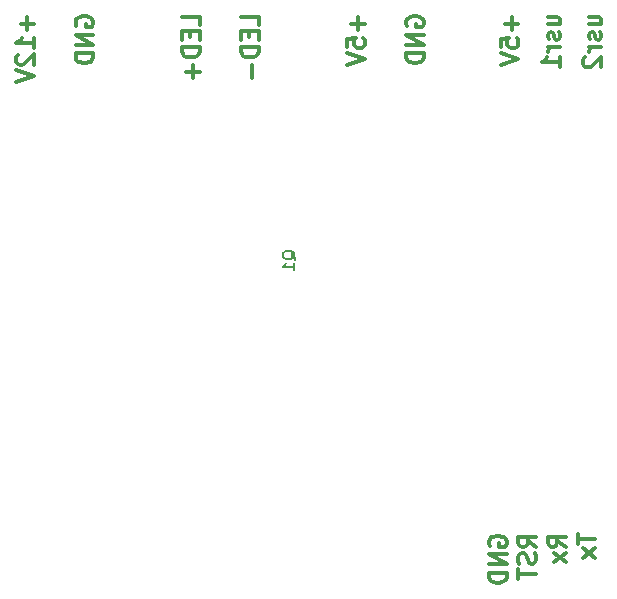
<source format=gbr>
G04 #@! TF.FileFunction,Legend,Bot*
%FSLAX46Y46*%
G04 Gerber Fmt 4.6, Leading zero omitted, Abs format (unit mm)*
G04 Created by KiCad (PCBNEW 4.0.5+dfsg1-4) date Sat Aug 26 21:12:24 2017*
%MOMM*%
%LPD*%
G01*
G04 APERTURE LIST*
%ADD10C,0.100000*%
%ADD11C,0.300000*%
%ADD12C,0.150000*%
G04 APERTURE END LIST*
D10*
D11*
X149750000Y-121142857D02*
X149678571Y-121000000D01*
X149678571Y-120785714D01*
X149750000Y-120571429D01*
X149892857Y-120428571D01*
X150035714Y-120357143D01*
X150321429Y-120285714D01*
X150535714Y-120285714D01*
X150821429Y-120357143D01*
X150964286Y-120428571D01*
X151107143Y-120571429D01*
X151178571Y-120785714D01*
X151178571Y-120928571D01*
X151107143Y-121142857D01*
X151035714Y-121214286D01*
X150535714Y-121214286D01*
X150535714Y-120928571D01*
X151178571Y-121857143D02*
X149678571Y-121857143D01*
X151178571Y-122714286D01*
X149678571Y-122714286D01*
X151178571Y-123428572D02*
X149678571Y-123428572D01*
X149678571Y-123785715D01*
X149750000Y-124000000D01*
X149892857Y-124142858D01*
X150035714Y-124214286D01*
X150321429Y-124285715D01*
X150535714Y-124285715D01*
X150821429Y-124214286D01*
X150964286Y-124142858D01*
X151107143Y-124000000D01*
X151178571Y-123785715D01*
X151178571Y-123428572D01*
X153678571Y-121214286D02*
X152964286Y-120714286D01*
X153678571Y-120357143D02*
X152178571Y-120357143D01*
X152178571Y-120928571D01*
X152250000Y-121071429D01*
X152321429Y-121142857D01*
X152464286Y-121214286D01*
X152678571Y-121214286D01*
X152821429Y-121142857D01*
X152892857Y-121071429D01*
X152964286Y-120928571D01*
X152964286Y-120357143D01*
X153607143Y-121785714D02*
X153678571Y-122000000D01*
X153678571Y-122357143D01*
X153607143Y-122500000D01*
X153535714Y-122571429D01*
X153392857Y-122642857D01*
X153250000Y-122642857D01*
X153107143Y-122571429D01*
X153035714Y-122500000D01*
X152964286Y-122357143D01*
X152892857Y-122071429D01*
X152821429Y-121928571D01*
X152750000Y-121857143D01*
X152607143Y-121785714D01*
X152464286Y-121785714D01*
X152321429Y-121857143D01*
X152250000Y-121928571D01*
X152178571Y-122071429D01*
X152178571Y-122428571D01*
X152250000Y-122642857D01*
X152178571Y-123071428D02*
X152178571Y-123928571D01*
X153678571Y-123500000D02*
X152178571Y-123500000D01*
X156178571Y-121214286D02*
X155464286Y-120714286D01*
X156178571Y-120357143D02*
X154678571Y-120357143D01*
X154678571Y-120928571D01*
X154750000Y-121071429D01*
X154821429Y-121142857D01*
X154964286Y-121214286D01*
X155178571Y-121214286D01*
X155321429Y-121142857D01*
X155392857Y-121071429D01*
X155464286Y-120928571D01*
X155464286Y-120357143D01*
X156178571Y-121714286D02*
X155178571Y-122500000D01*
X155178571Y-121714286D02*
X156178571Y-122500000D01*
X157178571Y-120142857D02*
X157178571Y-121000000D01*
X158678571Y-120571429D02*
X157178571Y-120571429D01*
X158678571Y-121357143D02*
X157678571Y-122142857D01*
X157678571Y-121357143D02*
X158678571Y-122142857D01*
X125178571Y-77071429D02*
X125178571Y-76357143D01*
X123678571Y-76357143D01*
X124392857Y-77571429D02*
X124392857Y-78071429D01*
X125178571Y-78285715D02*
X125178571Y-77571429D01*
X123678571Y-77571429D01*
X123678571Y-78285715D01*
X125178571Y-78928572D02*
X123678571Y-78928572D01*
X123678571Y-79285715D01*
X123750000Y-79500000D01*
X123892857Y-79642858D01*
X124035714Y-79714286D01*
X124321429Y-79785715D01*
X124535714Y-79785715D01*
X124821429Y-79714286D01*
X124964286Y-79642858D01*
X125107143Y-79500000D01*
X125178571Y-79285715D01*
X125178571Y-78928572D01*
X124607143Y-80428572D02*
X124607143Y-81571429D01*
X125178571Y-81000000D02*
X124035714Y-81000000D01*
X110607143Y-76357143D02*
X110607143Y-77500000D01*
X111178571Y-76928571D02*
X110035714Y-76928571D01*
X111178571Y-79000000D02*
X111178571Y-78142857D01*
X111178571Y-78571429D02*
X109678571Y-78571429D01*
X109892857Y-78428572D01*
X110035714Y-78285714D01*
X110107143Y-78142857D01*
X109821429Y-79571428D02*
X109750000Y-79642857D01*
X109678571Y-79785714D01*
X109678571Y-80142857D01*
X109750000Y-80285714D01*
X109821429Y-80357143D01*
X109964286Y-80428571D01*
X110107143Y-80428571D01*
X110321429Y-80357143D01*
X111178571Y-79500000D01*
X111178571Y-80428571D01*
X109678571Y-80857142D02*
X111178571Y-81357142D01*
X109678571Y-81857142D01*
X130178571Y-77071429D02*
X130178571Y-76357143D01*
X128678571Y-76357143D01*
X129392857Y-77571429D02*
X129392857Y-78071429D01*
X130178571Y-78285715D02*
X130178571Y-77571429D01*
X128678571Y-77571429D01*
X128678571Y-78285715D01*
X130178571Y-78928572D02*
X128678571Y-78928572D01*
X128678571Y-79285715D01*
X128750000Y-79500000D01*
X128892857Y-79642858D01*
X129035714Y-79714286D01*
X129321429Y-79785715D01*
X129535714Y-79785715D01*
X129821429Y-79714286D01*
X129964286Y-79642858D01*
X130107143Y-79500000D01*
X130178571Y-79285715D01*
X130178571Y-78928572D01*
X129607143Y-80428572D02*
X129607143Y-81571429D01*
X114750000Y-77142857D02*
X114678571Y-77000000D01*
X114678571Y-76785714D01*
X114750000Y-76571429D01*
X114892857Y-76428571D01*
X115035714Y-76357143D01*
X115321429Y-76285714D01*
X115535714Y-76285714D01*
X115821429Y-76357143D01*
X115964286Y-76428571D01*
X116107143Y-76571429D01*
X116178571Y-76785714D01*
X116178571Y-76928571D01*
X116107143Y-77142857D01*
X116035714Y-77214286D01*
X115535714Y-77214286D01*
X115535714Y-76928571D01*
X116178571Y-77857143D02*
X114678571Y-77857143D01*
X116178571Y-78714286D01*
X114678571Y-78714286D01*
X116178571Y-79428572D02*
X114678571Y-79428572D01*
X114678571Y-79785715D01*
X114750000Y-80000000D01*
X114892857Y-80142858D01*
X115035714Y-80214286D01*
X115321429Y-80285715D01*
X115535714Y-80285715D01*
X115821429Y-80214286D01*
X115964286Y-80142858D01*
X116107143Y-80000000D01*
X116178571Y-79785715D01*
X116178571Y-79428572D01*
X142750000Y-77142857D02*
X142678571Y-77000000D01*
X142678571Y-76785714D01*
X142750000Y-76571429D01*
X142892857Y-76428571D01*
X143035714Y-76357143D01*
X143321429Y-76285714D01*
X143535714Y-76285714D01*
X143821429Y-76357143D01*
X143964286Y-76428571D01*
X144107143Y-76571429D01*
X144178571Y-76785714D01*
X144178571Y-76928571D01*
X144107143Y-77142857D01*
X144035714Y-77214286D01*
X143535714Y-77214286D01*
X143535714Y-76928571D01*
X144178571Y-77857143D02*
X142678571Y-77857143D01*
X144178571Y-78714286D01*
X142678571Y-78714286D01*
X144178571Y-79428572D02*
X142678571Y-79428572D01*
X142678571Y-79785715D01*
X142750000Y-80000000D01*
X142892857Y-80142858D01*
X143035714Y-80214286D01*
X143321429Y-80285715D01*
X143535714Y-80285715D01*
X143821429Y-80214286D01*
X143964286Y-80142858D01*
X144107143Y-80000000D01*
X144178571Y-79785715D01*
X144178571Y-79428572D01*
X138607143Y-76357143D02*
X138607143Y-77500000D01*
X139178571Y-76928571D02*
X138035714Y-76928571D01*
X137678571Y-78928572D02*
X137678571Y-78214286D01*
X138392857Y-78142857D01*
X138321429Y-78214286D01*
X138250000Y-78357143D01*
X138250000Y-78714286D01*
X138321429Y-78857143D01*
X138392857Y-78928572D01*
X138535714Y-79000000D01*
X138892857Y-79000000D01*
X139035714Y-78928572D01*
X139107143Y-78857143D01*
X139178571Y-78714286D01*
X139178571Y-78357143D01*
X139107143Y-78214286D01*
X139035714Y-78142857D01*
X137678571Y-79428571D02*
X139178571Y-79928571D01*
X137678571Y-80428571D01*
X151607143Y-76357143D02*
X151607143Y-77500000D01*
X152178571Y-76928571D02*
X151035714Y-76928571D01*
X150678571Y-78928572D02*
X150678571Y-78214286D01*
X151392857Y-78142857D01*
X151321429Y-78214286D01*
X151250000Y-78357143D01*
X151250000Y-78714286D01*
X151321429Y-78857143D01*
X151392857Y-78928572D01*
X151535714Y-79000000D01*
X151892857Y-79000000D01*
X152035714Y-78928572D01*
X152107143Y-78857143D01*
X152178571Y-78714286D01*
X152178571Y-78357143D01*
X152107143Y-78214286D01*
X152035714Y-78142857D01*
X150678571Y-79428571D02*
X152178571Y-79928571D01*
X150678571Y-80428571D01*
X154678571Y-77000000D02*
X155678571Y-77000000D01*
X154678571Y-76357143D02*
X155464286Y-76357143D01*
X155607143Y-76428571D01*
X155678571Y-76571429D01*
X155678571Y-76785714D01*
X155607143Y-76928571D01*
X155535714Y-77000000D01*
X155607143Y-77642857D02*
X155678571Y-77785714D01*
X155678571Y-78071429D01*
X155607143Y-78214286D01*
X155464286Y-78285714D01*
X155392857Y-78285714D01*
X155250000Y-78214286D01*
X155178571Y-78071429D01*
X155178571Y-77857143D01*
X155107143Y-77714286D01*
X154964286Y-77642857D01*
X154892857Y-77642857D01*
X154750000Y-77714286D01*
X154678571Y-77857143D01*
X154678571Y-78071429D01*
X154750000Y-78214286D01*
X155678571Y-78928572D02*
X154678571Y-78928572D01*
X154964286Y-78928572D02*
X154821429Y-79000000D01*
X154750000Y-79071429D01*
X154678571Y-79214286D01*
X154678571Y-79357143D01*
X155678571Y-80642857D02*
X155678571Y-79785714D01*
X155678571Y-80214286D02*
X154178571Y-80214286D01*
X154392857Y-80071429D01*
X154535714Y-79928571D01*
X154607143Y-79785714D01*
X158178571Y-77000000D02*
X159178571Y-77000000D01*
X158178571Y-76357143D02*
X158964286Y-76357143D01*
X159107143Y-76428571D01*
X159178571Y-76571429D01*
X159178571Y-76785714D01*
X159107143Y-76928571D01*
X159035714Y-77000000D01*
X159107143Y-77642857D02*
X159178571Y-77785714D01*
X159178571Y-78071429D01*
X159107143Y-78214286D01*
X158964286Y-78285714D01*
X158892857Y-78285714D01*
X158750000Y-78214286D01*
X158678571Y-78071429D01*
X158678571Y-77857143D01*
X158607143Y-77714286D01*
X158464286Y-77642857D01*
X158392857Y-77642857D01*
X158250000Y-77714286D01*
X158178571Y-77857143D01*
X158178571Y-78071429D01*
X158250000Y-78214286D01*
X159178571Y-78928572D02*
X158178571Y-78928572D01*
X158464286Y-78928572D02*
X158321429Y-79000000D01*
X158250000Y-79071429D01*
X158178571Y-79214286D01*
X158178571Y-79357143D01*
X157821429Y-79785714D02*
X157750000Y-79857143D01*
X157678571Y-80000000D01*
X157678571Y-80357143D01*
X157750000Y-80500000D01*
X157821429Y-80571429D01*
X157964286Y-80642857D01*
X158107143Y-80642857D01*
X158321429Y-80571429D01*
X159178571Y-79714286D01*
X159178571Y-80642857D01*
D12*
X133297619Y-96904762D02*
X133250000Y-96809524D01*
X133154762Y-96714286D01*
X133011905Y-96571429D01*
X132964286Y-96476190D01*
X132964286Y-96380952D01*
X133202381Y-96428571D02*
X133154762Y-96333333D01*
X133059524Y-96238095D01*
X132869048Y-96190476D01*
X132535714Y-96190476D01*
X132345238Y-96238095D01*
X132250000Y-96333333D01*
X132202381Y-96428571D01*
X132202381Y-96619048D01*
X132250000Y-96714286D01*
X132345238Y-96809524D01*
X132535714Y-96857143D01*
X132869048Y-96857143D01*
X133059524Y-96809524D01*
X133154762Y-96714286D01*
X133202381Y-96619048D01*
X133202381Y-96428571D01*
X133202381Y-97809524D02*
X133202381Y-97238095D01*
X133202381Y-97523809D02*
X132202381Y-97523809D01*
X132345238Y-97428571D01*
X132440476Y-97333333D01*
X132488095Y-97238095D01*
M02*

</source>
